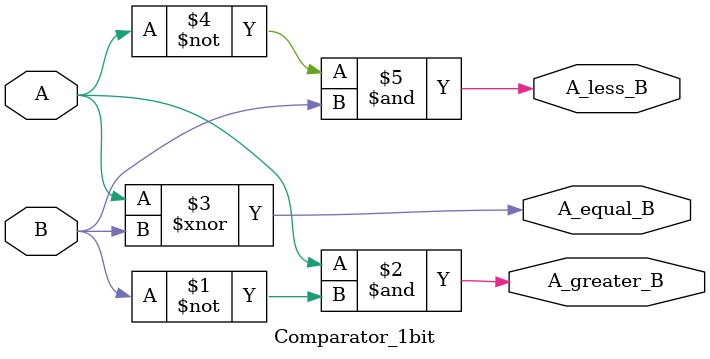
<source format=v>
module Comparator_1bit (
    input A,
    input B,
    output A_greater_B,
    output A_equal_B,
    output A_less_B
);

    assign A_greater_B = (A & ~B);

    assign A_equal_B = (A ~^ B);
   
    assign A_less_B = (~A & B);

endmodule

</source>
